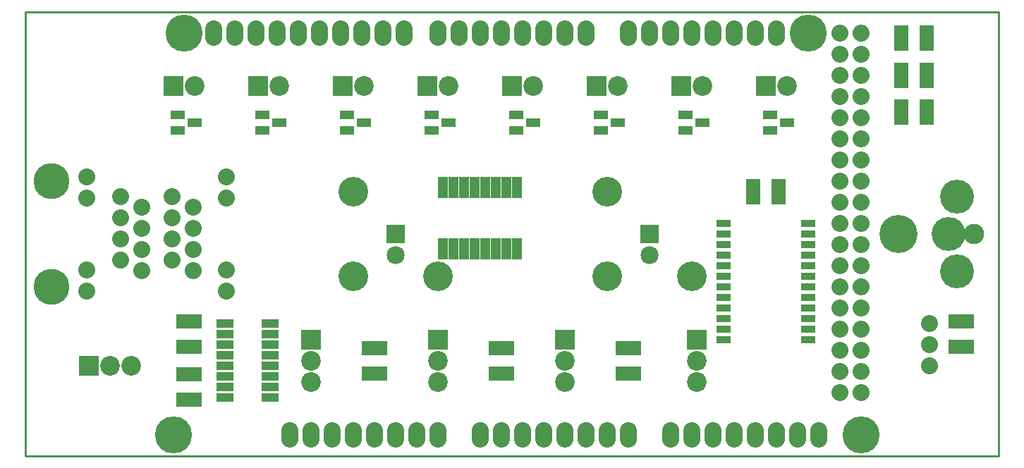
<source format=gbs>
G04 (created by PCBNEW-RS274X (2011-05-25)-stable) date Thu 31 Oct 2013 03:42:36 PM EDT*
G01*
G70*
G90*
%MOIN*%
G04 Gerber Fmt 3.4, Leading zero omitted, Abs format*
%FSLAX34Y34*%
G04 APERTURE LIST*
%ADD10C,0.006000*%
%ADD11C,0.009000*%
%ADD12C,0.096000*%
%ADD13C,0.160000*%
%ADD14C,0.180000*%
%ADD15C,0.175000*%
%ADD16O,0.080000X0.120000*%
%ADD17C,0.080000*%
%ADD18R,0.120000X0.070000*%
%ADD19R,0.070000X0.120000*%
%ADD20C,0.093000*%
%ADD21R,0.093000X0.093000*%
%ADD22R,0.045000X0.100000*%
%ADD23C,0.170000*%
%ADD24C,0.140000*%
%ADD25R,0.085000X0.085000*%
%ADD26C,0.085000*%
%ADD27R,0.070000X0.044000*%
%ADD28R,0.070000X0.035000*%
%ADD29R,0.081000X0.044000*%
G04 APERTURE END LIST*
G54D10*
G54D11*
X89500Y-51500D02*
X43500Y-51500D01*
X43500Y-30500D02*
X89500Y-30500D01*
X43500Y-30500D02*
X43500Y-51500D01*
X89500Y-51500D02*
X89500Y-30500D01*
G54D12*
X88320Y-41000D03*
G54D13*
X87140Y-41000D03*
G54D14*
X84780Y-41000D03*
G54D13*
X87530Y-39230D03*
X87530Y-42770D03*
G54D15*
X50500Y-50500D03*
X51000Y-31500D03*
X83000Y-50500D03*
X80500Y-31500D03*
G54D16*
X56000Y-50500D03*
X57000Y-50500D03*
X58000Y-50500D03*
X59000Y-50500D03*
X60000Y-50500D03*
X61000Y-50500D03*
X62000Y-50500D03*
X63000Y-50500D03*
X65000Y-50500D03*
X66000Y-50500D03*
X67000Y-50500D03*
X68000Y-50500D03*
X69000Y-50500D03*
X70000Y-50500D03*
X71000Y-50500D03*
X72000Y-50500D03*
X74000Y-50500D03*
X75000Y-50500D03*
X76000Y-50500D03*
X77000Y-50500D03*
X78000Y-50500D03*
X79000Y-50500D03*
X80000Y-50500D03*
X81000Y-50500D03*
X52400Y-31500D03*
X53400Y-31500D03*
X54400Y-31500D03*
X55400Y-31500D03*
X56400Y-31500D03*
X57400Y-31500D03*
X58400Y-31500D03*
X59400Y-31500D03*
X60400Y-31500D03*
X61400Y-31500D03*
X63000Y-31500D03*
X70000Y-31500D03*
X69000Y-31500D03*
X68000Y-31500D03*
X67000Y-31500D03*
X66000Y-31500D03*
X65000Y-31500D03*
X64000Y-31500D03*
X72000Y-31500D03*
X73000Y-31500D03*
X74000Y-31500D03*
X75000Y-31500D03*
X76000Y-31500D03*
X77000Y-31500D03*
X78000Y-31500D03*
X79000Y-31500D03*
G54D17*
X82000Y-31500D03*
X83000Y-31500D03*
X82000Y-32500D03*
X83000Y-32500D03*
X82000Y-33500D03*
X83000Y-33500D03*
X82000Y-34500D03*
X83000Y-34500D03*
X82000Y-35500D03*
X83000Y-35500D03*
X82000Y-36500D03*
X83000Y-36500D03*
X82000Y-37500D03*
X83000Y-37500D03*
X82000Y-38500D03*
X83000Y-38500D03*
X82000Y-39500D03*
X83000Y-39500D03*
X82000Y-40500D03*
X83000Y-40500D03*
X82000Y-41500D03*
X83000Y-41500D03*
X82000Y-42500D03*
X83000Y-42500D03*
X82000Y-43500D03*
X83000Y-43500D03*
X82000Y-44500D03*
X83000Y-44500D03*
X82000Y-45500D03*
X83000Y-45500D03*
X82000Y-46500D03*
X83000Y-46500D03*
X82000Y-47500D03*
X83000Y-47500D03*
X82000Y-48500D03*
X83000Y-48500D03*
G54D18*
X60000Y-46400D03*
X60000Y-47600D03*
G54D19*
X84900Y-35250D03*
X86100Y-35250D03*
X77900Y-39000D03*
X79100Y-39000D03*
G54D18*
X66000Y-46400D03*
X66000Y-47600D03*
G54D19*
X84900Y-33500D03*
X86100Y-33500D03*
X84900Y-31750D03*
X86100Y-31750D03*
G54D18*
X72000Y-46400D03*
X72000Y-47600D03*
G54D20*
X69000Y-47000D03*
X69000Y-48000D03*
G54D21*
X69000Y-46000D03*
G54D20*
X75250Y-47000D03*
X75250Y-48000D03*
G54D21*
X75250Y-46000D03*
G54D20*
X63000Y-47000D03*
X63000Y-48000D03*
G54D21*
X63000Y-46000D03*
G54D20*
X57000Y-47000D03*
X57000Y-48000D03*
G54D21*
X57000Y-46000D03*
G54D20*
X51500Y-34000D03*
G54D21*
X50500Y-34000D03*
G54D20*
X55500Y-34000D03*
G54D21*
X54500Y-34000D03*
G54D20*
X59500Y-34000D03*
G54D21*
X58500Y-34000D03*
G54D20*
X63500Y-34000D03*
G54D21*
X62500Y-34000D03*
G54D20*
X67500Y-34000D03*
G54D21*
X66500Y-34000D03*
G54D20*
X71500Y-34000D03*
G54D21*
X70500Y-34000D03*
G54D20*
X75500Y-34000D03*
G54D21*
X74500Y-34000D03*
G54D20*
X79500Y-34000D03*
G54D21*
X78500Y-34000D03*
G54D22*
X66750Y-41700D03*
X66250Y-41700D03*
X65750Y-41700D03*
X65250Y-41700D03*
X64750Y-41700D03*
X64250Y-41700D03*
X63750Y-41700D03*
X63250Y-41700D03*
X63250Y-38800D03*
X63750Y-38800D03*
X64250Y-38800D03*
X64750Y-38800D03*
X65250Y-38800D03*
X65750Y-38800D03*
X66250Y-38800D03*
X66750Y-38800D03*
G54D18*
X87750Y-45150D03*
X87750Y-46350D03*
X51250Y-48850D03*
X51250Y-47650D03*
X51250Y-46350D03*
X51250Y-45150D03*
G54D23*
X44750Y-38500D03*
X44750Y-43500D03*
G54D17*
X46400Y-38300D03*
X46400Y-39300D03*
X46400Y-42700D03*
X46400Y-43700D03*
X48000Y-39250D03*
X48000Y-40250D03*
X48000Y-41250D03*
X48000Y-42250D03*
X49000Y-39750D03*
X49000Y-40750D03*
X49000Y-41750D03*
X49000Y-42750D03*
X50450Y-39250D03*
X50450Y-40250D03*
X51450Y-39750D03*
X51450Y-40750D03*
X50450Y-41250D03*
X51450Y-41750D03*
X50450Y-42250D03*
X51450Y-42750D03*
X53000Y-38300D03*
X53000Y-39300D03*
X53000Y-42700D03*
X53000Y-43700D03*
X86250Y-46250D03*
X86250Y-45250D03*
X86250Y-47250D03*
G54D24*
X59000Y-43000D03*
X59000Y-39000D03*
G54D25*
X61000Y-41000D03*
G54D26*
X61000Y-42000D03*
G54D24*
X63000Y-43000D03*
X71000Y-43000D03*
X71000Y-39000D03*
G54D25*
X73000Y-41000D03*
G54D26*
X73000Y-42000D03*
G54D24*
X75000Y-43000D03*
G54D27*
X51500Y-35750D03*
X50700Y-35380D03*
X50700Y-36120D03*
X55500Y-35750D03*
X54700Y-35380D03*
X54700Y-36120D03*
X59500Y-35750D03*
X58700Y-35380D03*
X58700Y-36120D03*
X63500Y-35750D03*
X62700Y-35380D03*
X62700Y-36120D03*
X67500Y-35750D03*
X66700Y-35380D03*
X66700Y-36120D03*
X71500Y-35750D03*
X70700Y-35380D03*
X70700Y-36120D03*
X75500Y-35750D03*
X74700Y-35380D03*
X74700Y-36120D03*
X79500Y-35750D03*
X78700Y-35380D03*
X78700Y-36120D03*
G54D28*
X80500Y-43000D03*
X80500Y-42500D03*
X80500Y-42000D03*
X80500Y-41500D03*
X80500Y-41000D03*
X80500Y-40500D03*
X80500Y-43500D03*
X80500Y-44000D03*
X80500Y-44500D03*
X80500Y-45000D03*
X80500Y-45500D03*
X80500Y-46000D03*
X76500Y-46000D03*
X76500Y-45500D03*
X76500Y-45000D03*
X76500Y-44500D03*
X76500Y-44000D03*
X76500Y-43500D03*
X76500Y-43000D03*
X76500Y-42500D03*
X76500Y-42000D03*
X76500Y-41500D03*
X76500Y-41000D03*
X76500Y-40500D03*
G54D29*
X52940Y-48750D03*
X52940Y-48250D03*
X52940Y-47750D03*
X52940Y-47250D03*
X52940Y-46750D03*
X52940Y-46250D03*
X52940Y-45750D03*
X52940Y-45250D03*
X55060Y-45250D03*
X55060Y-45750D03*
X55060Y-46250D03*
X55060Y-46750D03*
X55060Y-47250D03*
X55060Y-47750D03*
X55060Y-48250D03*
X55060Y-48750D03*
G54D20*
X47500Y-47250D03*
X48500Y-47250D03*
G54D21*
X46500Y-47250D03*
M02*

</source>
